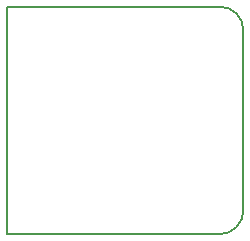
<source format=gbr>
%TF.GenerationSoftware,KiCad,Pcbnew,7.0.10-7.0.10~ubuntu22.04.1*%
%TF.CreationDate,2024-08-18T21:11:38-07:00*%
%TF.ProjectId,xl_maxsonar_adapter,786c5f6d-6178-4736-9f6e-61725f616461,rev?*%
%TF.SameCoordinates,Original*%
%TF.FileFunction,Profile,NP*%
%FSLAX46Y46*%
G04 Gerber Fmt 4.6, Leading zero omitted, Abs format (unit mm)*
G04 Created by KiCad (PCBNEW 7.0.10-7.0.10~ubuntu22.04.1) date 2024-08-18 21:11:38*
%MOMM*%
%LPD*%
G01*
G04 APERTURE LIST*
%TA.AperFunction,Profile*%
%ADD10C,0.200000*%
%TD*%
G04 APERTURE END LIST*
D10*
X68000000Y-69250000D02*
G75*
G03*
X70000000Y-67250000I0J2000000D01*
G01*
X70000000Y-52000000D02*
X70000000Y-67250000D01*
X68000000Y-69250000D02*
X50000000Y-69250000D01*
X70000000Y-52000000D02*
G75*
G03*
X68000000Y-50000000I-2000000J0D01*
G01*
X50000000Y-50000000D02*
X68000000Y-50000000D01*
X50000000Y-50000000D02*
X50000000Y-69250000D01*
M02*

</source>
